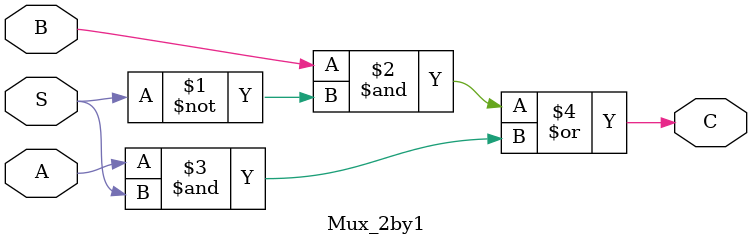
<source format=v>
module Mux_2by1(input A, input B, input S, output C);
    assign C= (B & (~S)) | (A & S);
endmodule
</source>
